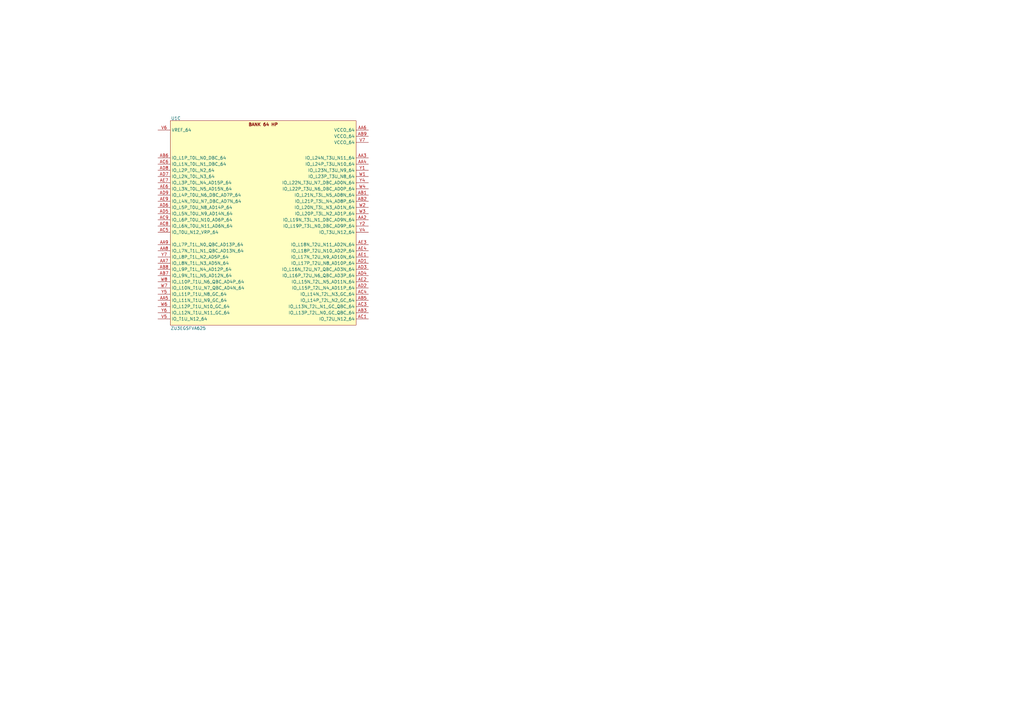
<source format=kicad_sch>
(kicad_sch (version 20250114) (generator "eeschema") (generator_version "9.0")
  (paper "A3")
  (symbol (lib_id "User:XCZU3EGSFVA625") (at 107.95 91.44 0) (unit 3)
    (property "Reference" "U1" (at 72.136 48.514 0))
    (property "Value" "ZU3EGSFVA625" (at 77.216 134.62 0))
    (property "Footprint" "Package_BGA:BGA-625_21.0x21.0mm_Layout25x25_P0.8mm" (effects (hide yes)))
    (property "Datasheet" "http://partdb.conandllu.cn/en/part/513/info" (effects (hide yes)))
    (property "Category" "ICs/FPGA" (effects (hide yes)))
    (property "Manufacturer" "XILINX" (effects (hide yes)))
    (property "Part-DB Footprint" "Xilinx_SFVA625" (effects (hide yes)))
    (property "Part-DB ID" "513" (effects (hide yes)))
  )
)
</source>
